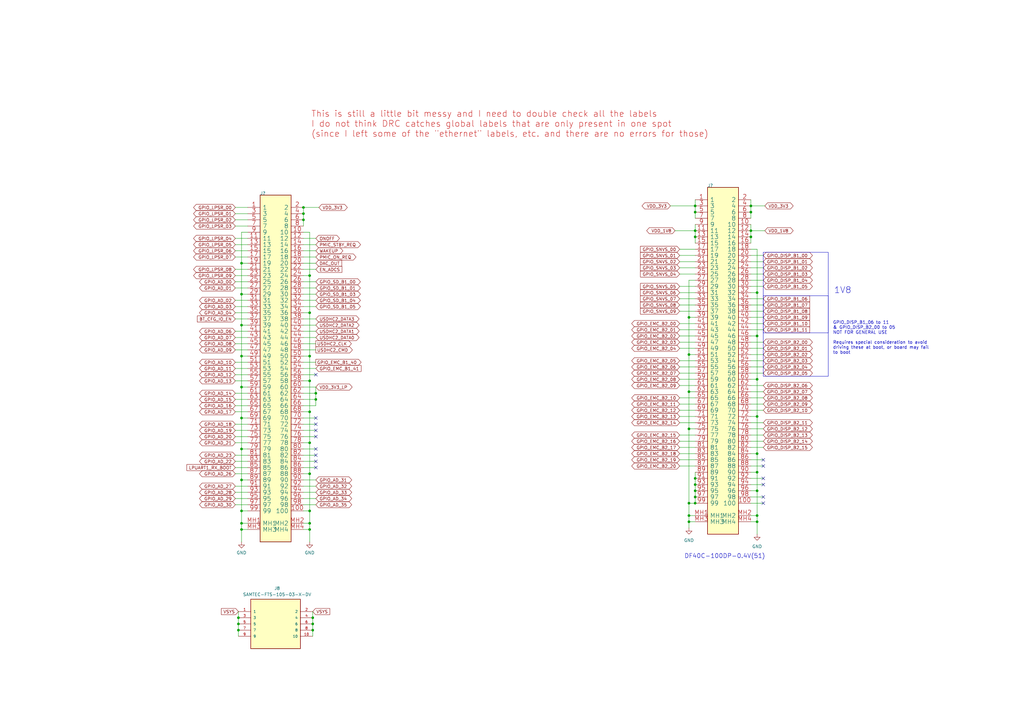
<source format=kicad_sch>
(kicad_sch (version 20230121) (generator eeschema)
  (paper "A3")
  (title_block (title "Soldermander") (date "2024-02-27") (rev "1.0") (company "Stanford Student Space Initiative") (comment 1 "RE: Flynn Dreilinger"))
  (lib_symbols
    (symbol "adcs:DF40C-100DP-0.4V(51)" (pin_names (offset 1.016))
      (property "Reference" "J8" (at 0 0 0))
      (symbol "DF40C-100DP-0.4V(51)_0_1"
        (rectangle (start 0 0) (end 12.7 -142.24) (stroke (width 0.254)) (fill (type background)))
        (pin passive line (at -5.08 -5.08 0) (length 5.08) (name "1") (number "1"))
        (pin passive line (at 17.78 -15.24 180) (length 5.08) (name "10") (number "10"))
        (pin passive line (at 17.78 -129.54 180) (length 5.08) (name "100") (number "100"))
        (pin passive line (at -5.08 -17.78 0) (length 5.08) (name "11") (number "11"))
        (pin passive line (at 17.78 -17.78 180) (length 5.08) (name "12") (number "12"))
        (pin passive line (at -5.08 -20.32 0) (length 5.08) (name "13") (number "13"))
        (pin passive line (at 17.78 -20.32 180) (length 5.08) (name "14") (number "14"))
        (pin passive line (at -5.08 -22.86 0) (length 5.08) (name "15") (number "15"))
        (pin passive line (at 17.78 -22.86 180) (length 5.08) (name "16") (number "16"))
        (pin passive line (at -5.08 -25.4 0) (length 5.08) (name "17") (number "17"))
        (pin passive line (at 17.78 -25.4 180) (length 5.08) (name "18") (number "18"))
        (pin passive line (at -5.08 -27.94 0) (length 5.08) (name "19") (number "19"))
        (pin passive line (at 17.78 -5.08 180) (length 5.08) (name "2") (number "2"))
        (pin passive line (at 17.78 -27.94 180) (length 5.08) (name "20") (number "20"))
        (pin passive line (at -5.08 -30.48 0) (length 5.08) (name "21") (number "21"))
        (pin passive line (at 17.78 -30.48 180) (length 5.08) (name "22") (number "22"))
        (pin passive line (at -5.08 -33.02 0) (length 5.08) (name "23") (number "23"))
        (pin passive line (at 17.78 -33.02 180) (length 5.08) (name "24") (number "24"))
        (pin passive line (at -5.08 -35.56 0) (length 5.08) (name "25") (number "25"))
        (pin passive line (at 17.78 -35.56 180) (length 5.08) (name "26") (number "26"))
        (pin passive line (at -5.08 -38.1 0) (length 5.08) (name "27") (number "27"))
        (pin passive line (at 17.78 -38.1 180) (length 5.08) (name "28") (number "28"))
        (pin passive line (at -5.08 -40.64 0) (length 5.08) (name "29") (number "29"))
        (pin passive line (at -5.08 -7.62 0) (length 5.08) (name "3") (number "3"))
        (pin passive line (at 17.78 -40.64 180) (length 5.08) (name "30") (number "30"))
        (pin passive line (at -5.08 -43.18 0) (length 5.08) (name "31") (number "31"))
        (pin passive line (at 17.78 -43.18 180) (length 5.08) (name "32") (number "32"))
        (pin passive line (at -5.08 -45.72 0) (length 5.08) (name "33") (number "33"))
        (pin passive line (at 17.78 -45.72 180) (length 5.08) (name "34") (number "34"))
        (pin passive line (at -5.08 -48.26 0) (length 5.08) (name "35") (number "35"))
        (pin passive line (at 17.78 -48.26 180) (length 5.08) (name "36") (number "36"))
        (pin passive line (at -5.08 -50.8 0) (length 5.08) (name "37") (number "37"))
        (pin passive line (at 17.78 -50.8 180) (length 5.08) (name "38") (number "38"))
        (pin passive line (at -5.08 -53.34 0) (length 5.08) (name "39") (number "39"))
        (pin passive line (at 17.78 -7.62 180) (length 5.08) (name "4") (number "4"))
        (pin passive line (at 17.78 -53.34 180) (length 5.08) (name "40") (number "40"))
        (pin passive line (at -5.08 -55.88 0) (length 5.08) (name "41") (number "41"))
        (pin passive line (at 17.78 -55.88 180) (length 5.08) (name "42") (number "42"))
        (pin passive line (at -5.08 -58.42 0) (length 5.08) (name "43") (number "43"))
        (pin passive line (at 17.78 -58.42 180) (length 5.08) (name "44") (number "44"))
        (pin passive line (at -5.08 -60.96 0) (length 5.08) (name "45") (number "45"))
        (pin passive line (at 17.78 -60.96 180) (length 5.08) (name "46") (number "46"))
        (pin passive line (at -5.08 -63.5 0) (length 5.08) (name "47") (number "47"))
        (pin passive line (at 17.78 -63.5 180) (length 5.08) (name "48") (number "48"))
        (pin passive line (at -5.08 -66.04 0) (length 5.08) (name "49") (number "49"))
        (pin passive line (at -5.08 -10.16 0) (length 5.08) (name "5") (number "5"))
        (pin passive line (at 17.78 -66.04 180) (length 5.08) (name "50") (number "50"))
        (pin passive line (at -5.08 -68.58 0) (length 5.08) (name "51") (number "51"))
        (pin passive line (at 17.78 -68.58 180) (length 5.08) (name "52") (number "52"))
        (pin passive line (at -5.08 -71.12 0) (length 5.08) (name "53") (number "53"))
        (pin passive line (at 17.78 -71.12 180) (length 5.08) (name "54") (number "54"))
        (pin passive line (at -5.08 -73.66 0) (length 5.08) (name "55") (number "55"))
        (pin passive line (at 17.78 -73.66 180) (length 5.08) (name "56") (number "56"))
        (pin passive line (at -5.08 -76.2 0) (length 5.08) (name "57") (number "57"))
        (pin passive line (at 17.78 -76.2 180) (length 5.08) (name "58") (number "58"))
        (pin passive line (at -5.08 -78.74 0) (length 5.08) (name "59") (number "59"))
        (pin passive line (at 17.78 -10.16 180) (length 5.08) (name "6") (number "6"))
        (pin passive line (at 17.78 -78.74 180) (length 5.08) (name "60") (number "60"))
        (pin passive line (at -5.08 -81.28 0) (length 5.08) (name "61") (number "61"))
        (pin passive line (at 17.78 -81.28 180) (length 5.08) (name "62") (number "62"))
        (pin passive line (at -5.08 -83.82 0) (length 5.08) (name "63") (number "63"))
        (pin passive line (at 17.78 -83.82 180) (length 5.08) (name "64") (number "64"))
        (pin passive line (at -5.08 -86.36 0) (length 5.08) (name "65") (number "65"))
        (pin passive line (at 17.78 -86.36 180) (length 5.08) (name "66") (number "66"))
        (pin passive line (at -5.08 -88.9 0) (length 5.08) (name "67") (number "67"))
        (pin passive line (at 17.78 -88.9 180) (length 5.08) (name "68") (number "68"))
        (pin passive line (at -5.08 -91.44 0) (length 5.08) (name "69") (number "69"))
        (pin passive line (at -5.08 -12.7 0) (length 5.08) (name "7") (number "7"))
        (pin passive line (at 17.78 -91.44 180) (length 5.08) (name "70") (number "70"))
        (pin passive line (at -5.08 -93.98 0) (length 5.08) (name "71") (number "71"))
        (pin passive line (at 17.78 -93.98 180) (length 5.08) (name "72") (number "72"))
        (pin passive line (at -5.08 -96.52 0) (length 5.08) (name "73") (number "73"))
        (pin passive line (at 17.78 -96.52 180) (length 5.08) (name "74") (number "74"))
        (pin passive line (at -5.08 -99.06 0) (length 5.08) (name "75") (number "75"))
        (pin passive line (at 17.78 -99.06 180) (length 5.08) (name "76") (number "76"))
        (pin passive line (at -5.08 -101.6 0) (length 5.08) (name "77") (number "77"))
        (pin passive line (at 17.78 -101.6 180) (length 5.08) (name "78") (number "78"))
        (pin passive line (at -5.08 -104.14 0) (length 5.08) (name "79") (number "79"))
        (pin passive line (at 17.78 -12.7 180) (length 5.08) (name "8") (number "8"))
        (pin passive line (at 17.78 -104.14 180) (length 5.08) (name "80") (number "80"))
        (pin passive line (at -5.08 -106.68 0) (length 5.08) (name "81") (number "81"))
        (pin passive line (at 17.78 -106.68 180) (length 5.08) (name "82") (number "82"))
        (pin passive line (at -5.08 -109.22 0) (length 5.08) (name "83") (number "83"))
        (pin passive line (at 17.78 -109.22 180) (length 5.08) (name "84") (number "84"))
        (pin passive line (at -5.08 -111.76 0) (length 5.08) (name "85") (number "85"))
        (pin passive line (at 17.78 -111.76 180) (length 5.08) (name "86") (number "86"))
        (pin passive line (at -5.08 -114.3 0) (length 5.08) (name "87") (number "87"))
        (pin passive line (at 17.78 -114.3 180) (length 5.08) (name "88") (number "88"))
        (pin passive line (at -5.08 -116.84 0) (length 5.08) (name "89") (number "89"))
        (pin passive line (at -5.08 -15.24 0) (length 5.08) (name "9") (number "9"))
        (pin passive line (at 17.78 -116.84 180) (length 5.08) (name "90") (number "90"))
        (pin passive line (at -5.08 -119.38 0) (length 5.08) (name "91") (number "91"))
        (pin passive line (at 17.78 -119.38 180) (length 5.08) (name "92") (number "92"))
        (pin passive line (at -5.08 -121.92 0) (length 5.08) (name "93") (number "93"))
        (pin passive line (at 17.78 -121.92 180) (length 5.08) (name "94") (number "94"))
        (pin passive line (at -5.08 -124.46 0) (length 5.08) (name "95") (number "95"))
        (pin passive line (at 17.78 -124.46 180) (length 5.08) (name "96") (number "96"))
        (pin passive line (at -5.08 -127 0) (length 5.08) (name "97") (number "97"))
        (pin passive line (at 17.78 -127 180) (length 5.08) (name "98") (number "98"))
        (pin passive line (at -5.08 -129.54 0) (length 5.08) (name "99") (number "99"))
        (pin passive line (at -5.08 -134.62 0) (length 5.08) (name "MH1") (number "MH1"))
        (pin passive line (at 17.78 -134.62 180) (length 5.08) (name "MH2") (number "MH2"))
        (pin passive line (at -5.08 -137.16 0) (length 5.08) (name "MH3") (number "MH3"))
        (pin passive line (at 17.78 -137.16 180) (length 5.08) (name "MH4") (number "MH4"))
      )
    )
    (symbol "adcs:SAMTEC-FTS-105-03-X-DV" (pin_names (offset 1.016))
      (property "Reference" "J" (at 0 5.08 0))
      (property "Value" "SAMTEC-FTS-105-03-X-DV" (at 0 -20.32 0))
      (symbol "SAMTEC-FTS-105-03-X-DV_0_0"
        (rectangle (start 0 5.08) (end 20.3 -15.24) (stroke (width 0.254)) (fill (type background)))
        (pin passive line (at -5.08 0 0) (length 5.08) (name "1") (number "1"))
        (pin passive line (at 25.4 -10.16 180) (length 5.08) (name "10") (number "10"))
        (pin passive line (at 25.4 0 180) (length 5.08) (name "2") (number "2"))
        (pin passive line (at -5.08 -2.54 0) (length 5.08) (name "3") (number "3"))
        (pin passive line (at 25.4 -2.54 180) (length 5.08) (name "4") (number "4"))
        (pin passive line (at -5.08 -5.08 0) (length 5.08) (name "5") (number "5"))
        (pin passive line (at 25.4 -5.08 180) (length 5.08) (name "6") (number "6"))
        (pin passive line (at -5.08 -7.62 0) (length 5.08) (name "7") (number "7"))
        (pin passive line (at 25.4 -7.62 180) (length 5.08) (name "8") (number "8"))
        (pin passive line (at -5.08 -10.16 0) (length 5.08) (name "9") (number "9"))
      )
      (symbol "SAMTEC-FTS-105-03-X-DV_1_0"
        (text private ">PARTNO" (at 0 -17.78 0) (effects (font (size 2.286 2.286)) (justify left bottom)))
        (text private "SAMTEC-FTS-105-03-X-DV" (at 0 -22.86 0) (effects (font (size 2.286 2.286)) (justify left bottom)))
      )
    )
    (symbol "power:GND" (power) (pin_names (offset 0))
      (property "Value" "GND" (at 0 -3.81 0))
      (symbol "GND_0_1"
        (polyline (pts (xy 0 0) (xy 0 -1.27) (xy 1.27 -1.27) (xy 0 -2.54) (xy -1.27 -1.27) (xy 0 -1.27)))
      )
      (symbol "GND_1_1"
        (pin power_in line (at 0 0 270) (length 0) hide (name "GND") (number "1"))
      )
    )
  )
  (junction (at 127 214.63))
  (junction (at 129.54 161.29))
  (junction (at 282.575 130.175))
  (junction (at 124.46 90.17))
  (junction (at 285.115 201.295))
  (junction (at 310.515 186.055))
  (junction (at 285.115 198.755))
  (junction (at 307.975 94.615))
  (junction (at 285.115 97.155))
  (junction (at 307.975 86.995))
  (junction (at 310.515 137.795))
  (junction (at 285.115 94.615))
  (junction (at 127 209.55))
  (junction (at 282.575 213.995))
  (junction (at 128.27 258.445))
  (junction (at 127 181.61))
  (junction (at 99.06 158.75))
  (junction (at 285.115 206.375))
  (junction (at 282.575 175.895))
  (junction (at 124.46 87.63))
  (junction (at 285.115 86.995))
  (junction (at 310.515 213.995))
  (junction (at 310.515 193.675))
  (junction (at 99.06 209.55))
  (junction (at 99.06 214.63))
  (junction (at 127 113.03))
  (junction (at 99.06 146.05))
  (junction (at 127 146.05))
  (junction (at 127 128.27))
  (junction (at 285.115 203.835))
  (junction (at 282.575 206.375))
  (junction (at 99.06 120.65))
  (junction (at 282.575 145.415))
  (junction (at 128.27 255.905))
  (junction (at 99.06 217.17))
  (junction (at 285.115 196.215))
  (junction (at 127 217.17))
  (junction (at 285.115 84.455))
  (junction (at 127 194.31))
  (junction (at 124.46 85.09))
  (junction (at 97.79 253.365))
  (junction (at 99.06 133.35))
  (junction (at 282.575 211.455))
  (junction (at 129.54 163.83))
  (junction (at 282.575 160.655))
  (junction (at 127 168.91))
  (junction (at 128.27 253.365))
  (junction (at 99.06 184.15))
  (junction (at 307.975 97.155))
  (junction (at 99.06 196.85))
  (junction (at 310.515 155.575))
  (junction (at 310.515 211.455))
  (junction (at 310.515 170.815))
  (junction (at 310.515 201.295))
  (junction (at 307.975 84.455))
  (junction (at 97.79 258.445))
  (junction (at 97.79 255.905))
  (junction (at 127 156.21))
  (junction (at 99.06 171.45))
  (junction (at 310.515 120.015))
  (junction (at 99.06 107.95))
  (no_connect (at 129.54 171.45))
  (no_connect (at 313.055 206.375))
  (no_connect (at 129.54 184.15))
  (no_connect (at 129.54 186.69))
  (no_connect (at 313.055 196.215))
  (no_connect (at 129.54 176.53))
  (no_connect (at 129.54 153.67))
  (no_connect (at 129.54 173.99))
  (no_connect (at 313.055 198.755))
  (no_connect (at 313.055 203.835))
  (no_connect (at 129.54 191.77))
  (no_connect (at 313.055 188.595))
  (no_connect (at 129.54 189.23))
  (no_connect (at 313.055 191.135))
  (no_connect (at 129.54 179.07))
  (wire (pts (xy 307.975 186.055) (xy 310.515 186.055)))
  (wire (pts (xy 99.06 158.75) (xy 101.6 158.75)))
  (wire (pts (xy 282.575 145.415) (xy 282.575 160.655)))
  (wire (pts (xy 99.06 107.95) (xy 99.06 120.65)))
  (wire (pts (xy 278.765 137.795) (xy 285.115 137.795)))
  (wire (pts (xy 96.52 207.01) (xy 101.6 207.01)))
  (wire (pts (xy 310.515 186.055) (xy 310.515 193.675)))
  (wire (pts (xy 129.54 105.41) (xy 124.46 105.41)))
  (wire (pts (xy 307.975 94.615) (xy 307.975 97.155)))
  (wire (pts (xy 307.975 137.795) (xy 310.515 137.795)))
  (wire (pts (xy 127 146.05) (xy 127 156.21)))
  (wire (pts (xy 127 217.17) (xy 124.46 217.17)))
  (wire (pts (xy 278.765 168.275) (xy 285.115 168.275)))
  (wire (pts (xy 129.54 133.35) (xy 124.46 133.35)))
  (wire (pts (xy 313.055 117.475) (xy 307.975 117.475)))
  (wire (pts (xy 99.06 95.25) (xy 99.06 107.95)))
  (wire (pts (xy 307.975 198.755) (xy 313.055 198.755)))
  (wire (pts (xy 129.54 186.69) (xy 124.46 186.69)))
  (wire (pts (xy 97.79 255.905) (xy 97.79 258.445)))
  (wire (pts (xy 99.06 171.45) (xy 101.6 171.45)))
  (wire (pts (xy 282.575 175.895) (xy 282.575 206.375)))
  (wire (pts (xy 124.46 87.63) (xy 124.46 90.17)))
  (wire (pts (xy 124.46 156.21) (xy 127 156.21)))
  (wire (pts (xy 99.06 133.35) (xy 101.6 133.35)))
  (wire (pts (xy 96.52 105.41) (xy 101.6 105.41)))
  (wire (pts (xy 96.52 191.77) (xy 101.6 191.77)))
  (wire (pts (xy 96.52 151.13) (xy 101.6 151.13)))
  (wire (pts (xy 129.54 173.99) (xy 124.46 173.99)))
  (wire (pts (xy 129.54 107.95) (xy 124.46 107.95)))
  (wire (pts (xy 313.055 163.195) (xy 307.975 163.195)))
  (wire (pts (xy 278.765 120.015) (xy 285.115 120.015)))
  (wire (pts (xy 313.055 142.875) (xy 307.975 142.875)))
  (wire (pts (xy 313.055 165.735) (xy 307.975 165.735)))
  (wire (pts (xy 285.115 97.155) (xy 285.115 99.695)))
  (wire (pts (xy 282.575 211.455) (xy 282.575 213.995)))
  (wire (pts (xy 313.055 160.655) (xy 307.975 160.655)))
  (wire (pts (xy 307.975 206.375) (xy 313.055 206.375)))
  (wire (pts (xy 129.54 123.19) (xy 124.46 123.19)))
  (wire (pts (xy 313.055 114.935) (xy 307.975 114.935)))
  (wire (pts (xy 96.52 123.19) (xy 101.6 123.19)))
  (wire (pts (xy 313.055 145.415) (xy 307.975 145.415)))
  (wire (pts (xy 99.06 158.75) (xy 99.06 171.45)))
  (wire (pts (xy 278.765 132.715) (xy 285.115 132.715)))
  (wire (pts (xy 127 214.63) (xy 127 217.17)))
  (wire (pts (xy 127 222.25) (xy 127 217.17)))
  (wire (pts (xy 96.52 201.93) (xy 101.6 201.93)))
  (wire (pts (xy 278.765 107.315) (xy 285.115 107.315)))
  (wire (pts (xy 101.6 107.95) (xy 99.06 107.95)))
  (wire (pts (xy 285.115 84.455) (xy 285.115 86.995)))
  (wire (pts (xy 307.975 170.815) (xy 310.515 170.815)))
  (wire (pts (xy 278.765 188.595) (xy 285.115 188.595)))
  (wire (pts (xy 129.54 102.87) (xy 124.46 102.87)))
  (wire (pts (xy 99.06 120.65) (xy 99.06 133.35)))
  (wire (pts (xy 307.975 120.015) (xy 310.515 120.015)))
  (wire (pts (xy 313.055 168.275) (xy 307.975 168.275)))
  (wire (pts (xy 129.54 166.37) (xy 124.46 166.37)))
  (wire (pts (xy 124.46 146.05) (xy 127 146.05)))
  (wire (pts (xy 285.115 203.835) (xy 285.115 206.375)))
  (wire (pts (xy 96.52 100.33) (xy 101.6 100.33)))
  (wire (pts (xy 96.52 128.27) (xy 101.6 128.27)))
  (wire (pts (xy 124.46 209.55) (xy 127 209.55)))
  (wire (pts (xy 96.52 204.47) (xy 101.6 204.47)))
  (wire (pts (xy 313.055 153.035) (xy 307.975 153.035)))
  (wire (pts (xy 313.055 132.715) (xy 307.975 132.715)))
  (wire (pts (xy 96.52 163.83) (xy 101.6 163.83)))
  (wire (pts (xy 96.52 194.31) (xy 101.6 194.31)))
  (wire (pts (xy 282.575 206.375) (xy 285.115 206.375)))
  (wire (pts (xy 129.54 115.57) (xy 124.46 115.57)))
  (wire (pts (xy 278.765 127.635) (xy 285.115 127.635)))
  (wire (pts (xy 307.975 188.595) (xy 313.055 188.595)))
  (wire (pts (xy 129.54 153.67) (xy 124.46 153.67)))
  (wire (pts (xy 285.115 160.655) (xy 282.575 160.655)))
  (wire (pts (xy 278.765 158.115) (xy 285.115 158.115)))
  (wire (pts (xy 96.52 87.63) (xy 101.6 87.63)))
  (wire (pts (xy 96.52 148.59) (xy 101.6 148.59)))
  (wire (pts (xy 278.765 117.475) (xy 285.115 117.475)))
  (wire (pts (xy 129.54 176.53) (xy 124.46 176.53)))
  (wire (pts (xy 282.575 114.935) (xy 282.575 130.175)))
  (wire (pts (xy 310.515 193.675) (xy 310.515 201.295)))
  (wire (pts (xy 129.54 158.75) (xy 129.54 161.29)))
  (wire (pts (xy 129.54 120.65) (xy 124.46 120.65)))
  (wire (pts (xy 278.765 150.495) (xy 285.115 150.495)))
  (wire (pts (xy 310.515 211.455) (xy 310.515 213.995)))
  (wire (pts (xy 124.46 128.27) (xy 127 128.27)))
  (wire (pts (xy 313.055 140.335) (xy 307.975 140.335)))
  (wire (pts (xy 96.52 102.87) (xy 101.6 102.87)))
  (wire (pts (xy 310.515 102.235) (xy 310.515 120.015)))
  (wire (pts (xy 127 128.27) (xy 127 146.05)))
  (wire (pts (xy 307.975 86.995) (xy 307.975 89.535)))
  (wire (pts (xy 127 95.25) (xy 127 113.03)))
  (wire (pts (xy 278.765 147.955) (xy 285.115 147.955)))
  (wire (pts (xy 129.54 158.75) (xy 124.46 158.75)))
  (wire (pts (xy 278.765 125.095) (xy 285.115 125.095)))
  (wire (pts (xy 285.115 86.995) (xy 285.115 89.535)))
  (wire (pts (xy 99.06 146.05) (xy 101.6 146.05)))
  (wire (pts (xy 307.975 97.155) (xy 307.975 99.695)))
  (wire (pts (xy 128.27 255.905) (xy 128.27 258.445)))
  (wire (pts (xy 129.54 148.59) (xy 124.46 148.59)))
  (wire (pts (xy 96.52 125.73) (xy 101.6 125.73)))
  (wire (pts (xy 310.515 211.455) (xy 307.975 211.455)))
  (wire (pts (xy 129.54 100.33) (xy 124.46 100.33)))
  (wire (pts (xy 96.52 179.07) (xy 101.6 179.07)))
  (wire (pts (xy 278.765 163.195) (xy 285.115 163.195)))
  (wire (pts (xy 129.54 201.93) (xy 124.46 201.93)))
  (wire (pts (xy 97.79 258.445) (xy 97.79 260.985)))
  (wire (pts (xy 307.975 201.295) (xy 310.515 201.295)))
  (wire (pts (xy 278.765 135.255) (xy 285.115 135.255)))
  (wire (pts (xy 278.765 191.135) (xy 285.115 191.135)))
  (wire (pts (xy 128.27 258.445) (xy 128.27 260.985)))
  (wire (pts (xy 313.055 127.635) (xy 307.975 127.635)))
  (wire (pts (xy 129.54 97.79) (xy 124.46 97.79)))
  (wire (pts (xy 313.055 135.255) (xy 307.975 135.255)))
  (wire (pts (xy 313.055 175.895) (xy 307.975 175.895)))
  (wire (pts (xy 310.515 213.995) (xy 307.975 213.995)))
  (wire (pts (xy 96.52 143.51) (xy 101.6 143.51)))
  (wire (pts (xy 124.46 85.09) (xy 124.46 87.63)))
  (wire (pts (xy 313.055 112.395) (xy 307.975 112.395)))
  (wire (pts (xy 99.06 196.85) (xy 101.6 196.85)))
  (wire (pts (xy 313.055 125.095) (xy 307.975 125.095)))
  (wire (pts (xy 310.515 201.295) (xy 310.515 211.455)))
  (wire (pts (xy 99.06 222.25) (xy 99.06 217.17)))
  (wire (pts (xy 310.515 170.815) (xy 310.515 186.055)))
  (wire (pts (xy 282.575 130.175) (xy 282.575 145.415)))
  (wire (pts (xy 307.975 102.235) (xy 310.515 102.235)))
  (wire (pts (xy 276.86 94.615) (xy 285.115 94.615)))
  (wire (pts (xy 129.54 138.43) (xy 124.46 138.43)))
  (wire (pts (xy 96.52 168.91) (xy 101.6 168.91)))
  (wire (pts (xy 307.975 203.835) (xy 313.055 203.835)))
  (wire (pts (xy 278.765 104.775) (xy 285.115 104.775)))
  (wire (pts (xy 278.765 173.355) (xy 285.115 173.355)))
  (wire (pts (xy 313.055 122.555) (xy 307.975 122.555)))
  (wire (pts (xy 96.52 199.39) (xy 101.6 199.39)))
  (wire (pts (xy 313.055 104.775) (xy 307.975 104.775)))
  (wire (pts (xy 278.765 186.055) (xy 285.115 186.055)))
  (wire (pts (xy 307.975 193.675) (xy 310.515 193.675)))
  (wire (pts (xy 313.055 130.175) (xy 307.975 130.175)))
  (wire (pts (xy 99.06 184.15) (xy 101.6 184.15)))
  (wire (pts (xy 278.765 109.855) (xy 285.115 109.855)))
  (wire (pts (xy 313.055 178.435) (xy 307.975 178.435)))
  (wire (pts (xy 313.055 173.355) (xy 307.975 173.355)))
  (wire (pts (xy 313.055 147.955) (xy 307.975 147.955)))
  (wire (pts (xy 129.54 163.83) (xy 124.46 163.83)))
  (wire (pts (xy 97.79 253.365) (xy 97.79 255.905)))
  (wire (pts (xy 313.055 107.315) (xy 307.975 107.315)))
  (wire (pts (xy 285.115 114.935) (xy 282.575 114.935)))
  (wire (pts (xy 99.06 209.55) (xy 99.06 214.63)))
  (wire (pts (xy 127 156.21) (xy 127 168.91)))
  (wire (pts (xy 96.52 135.89) (xy 101.6 135.89)))
  (wire (pts (xy 96.52 113.03) (xy 101.6 113.03)))
  (wire (pts (xy 285.115 92.075) (xy 285.115 94.615)))
  (wire (pts (xy 285.115 193.675) (xy 285.115 196.215)))
  (wire (pts (xy 129.54 196.85) (xy 124.46 196.85)))
  (wire (pts (xy 127 214.63) (xy 124.46 214.63)))
  (wire (pts (xy 313.055 158.115) (xy 307.975 158.115)))
  (wire (pts (xy 124.46 143.51) (xy 129.54 143.51)))
  (wire (pts (xy 282.575 175.895) (xy 285.115 175.895)))
  (wire (pts (xy 282.575 213.995) (xy 282.575 216.535)))
  (wire (pts (xy 96.52 181.61) (xy 101.6 181.61)))
  (wire (pts (xy 96.52 156.21) (xy 101.6 156.21)))
  (wire (pts (xy 124.46 194.31) (xy 127 194.31)))
  (wire (pts (xy 310.515 213.995) (xy 310.515 219.075)))
  (wire (pts (xy 127 209.55) (xy 127 214.63)))
  (wire (pts (xy 129.54 199.39) (xy 124.46 199.39)))
  (wire (pts (xy 96.52 90.17) (xy 101.6 90.17)))
  (wire (pts (xy 129.54 207.01) (xy 124.46 207.01)))
  (wire (pts (xy 96.52 153.67) (xy 101.6 153.67)))
  (wire (pts (xy 278.765 153.035) (xy 285.115 153.035)))
  (wire (pts (xy 96.52 130.81) (xy 101.6 130.81)))
  (wire (pts (xy 285.115 201.295) (xy 285.115 203.835)))
  (wire (pts (xy 96.52 118.11) (xy 101.6 118.11)))
  (wire (pts (xy 282.575 130.175) (xy 285.115 130.175)))
  (wire (pts (xy 129.54 189.23) (xy 124.46 189.23)))
  (wire (pts (xy 99.06 217.17) (xy 101.6 217.17)))
  (wire (pts (xy 307.975 155.575) (xy 310.515 155.575)))
  (wire (pts (xy 99.06 171.45) (xy 99.06 184.15)))
  (wire (pts (xy 285.115 213.995) (xy 282.575 213.995)))
  (wire (pts (xy 99.06 184.15) (xy 99.06 196.85)))
  (wire (pts (xy 99.06 209.55) (xy 101.6 209.55)))
  (wire (pts (xy 96.52 138.43) (xy 101.6 138.43)))
  (wire (pts (xy 101.6 95.25) (xy 99.06 95.25)))
  (wire (pts (xy 96.52 97.79) (xy 101.6 97.79)))
  (wire (pts (xy 285.115 94.615) (xy 285.115 97.155)))
  (wire (pts (xy 307.975 92.075) (xy 307.975 94.615)))
  (wire (pts (xy 124.46 90.17) (xy 124.46 92.71)))
  (wire (pts (xy 128.27 253.365) (xy 128.27 255.905)))
  (wire (pts (xy 96.52 110.49) (xy 101.6 110.49)))
  (wire (pts (xy 129.54 151.13) (xy 124.46 151.13)))
  (wire (pts (xy 129.54 135.89) (xy 124.46 135.89)))
  (wire (pts (xy 128.27 250.825) (xy 128.27 253.365)))
  (wire (pts (xy 96.52 176.53) (xy 101.6 176.53)))
  (wire (pts (xy 127 181.61) (xy 127 194.31)))
  (wire (pts (xy 124.46 181.61) (xy 127 181.61)))
  (wire (pts (xy 124.46 168.91) (xy 127 168.91)))
  (wire (pts (xy 278.765 112.395) (xy 285.115 112.395)))
  (wire (pts (xy 278.765 180.975) (xy 285.115 180.975)))
  (wire (pts (xy 99.06 214.63) (xy 101.6 214.63)))
  (wire (pts (xy 278.765 183.515) (xy 285.115 183.515)))
  (wire (pts (xy 129.54 130.81) (xy 124.46 130.81)))
  (wire (pts (xy 307.975 191.135) (xy 313.055 191.135)))
  (wire (pts (xy 124.46 110.49) (xy 129.54 110.49)))
  (wire (pts (xy 124.46 125.73) (xy 129.54 125.73)))
  (wire (pts (xy 96.52 189.23) (xy 101.6 189.23)))
  (wire (pts (xy 96.52 166.37) (xy 101.6 166.37)))
  (wire (pts (xy 307.975 84.455) (xy 307.975 86.995)))
  (wire (pts (xy 124.46 113.03) (xy 127 113.03)))
  (wire (pts (xy 129.54 118.11) (xy 124.46 118.11)))
  (wire (pts (xy 274.955 84.455) (xy 285.115 84.455)))
  (wire (pts (xy 129.54 161.29) (xy 124.46 161.29)))
  (wire (pts (xy 127 113.03) (xy 127 128.27)))
  (wire (pts (xy 129.54 171.45) (xy 124.46 171.45)))
  (wire (pts (xy 282.575 145.415) (xy 285.115 145.415)))
  (wire (pts (xy 96.52 115.57) (xy 101.6 115.57)))
  (wire (pts (xy 282.575 211.455) (xy 285.115 211.455)))
  (wire (pts (xy 278.765 142.875) (xy 285.115 142.875)))
  (wire (pts (xy 282.575 160.655) (xy 282.575 175.895)))
  (wire (pts (xy 278.765 170.815) (xy 285.115 170.815)))
  (wire (pts (xy 278.765 140.335) (xy 285.115 140.335)))
  (wire (pts (xy 285.115 196.215) (xy 285.115 198.755)))
  (wire (pts (xy 129.54 184.15) (xy 124.46 184.15)))
  (wire (pts (xy 127 168.91) (xy 127 181.61)))
  (wire (pts (xy 129.54 204.47) (xy 124.46 204.47)))
  (wire (pts (xy 127 194.31) (xy 127 209.55)))
  (wire (pts (xy 96.52 173.99) (xy 101.6 173.99)))
  (wire (pts (xy 124.46 95.25) (xy 127 95.25)))
  (wire (pts (xy 101.6 120.65) (xy 99.06 120.65)))
  (wire (pts (xy 282.575 206.375) (xy 282.575 211.455)))
  (wire (pts (xy 307.975 94.615) (xy 313.69 94.615)))
  (wire (pts (xy 313.055 180.975) (xy 307.975 180.975)))
  (wire (pts (xy 129.54 140.97) (xy 124.46 140.97)))
  (wire (pts (xy 97.79 250.825) (xy 97.79 253.365)))
  (wire (pts (xy 96.52 161.29) (xy 101.6 161.29)))
  (wire (pts (xy 285.115 198.755) (xy 285.115 201.295)))
  (wire (pts (xy 313.055 150.495) (xy 307.975 150.495)))
  (wire (pts (xy 313.055 183.515) (xy 307.975 183.515)))
  (wire (pts (xy 285.115 81.915) (xy 285.115 84.455)))
  (wire (pts (xy 99.06 217.17) (xy 99.06 214.63)))
  (wire (pts (xy 96.52 186.69) (xy 101.6 186.69)))
  (wire (pts (xy 278.765 178.435) (xy 285.115 178.435)))
  (wire (pts (xy 124.46 85.09) (xy 130.81 85.09)))
  (wire (pts (xy 129.54 163.83) (xy 129.54 166.37)))
  (wire (pts (xy 313.69 84.455) (xy 307.975 84.455)))
  (wire (pts (xy 307.975 81.915) (xy 307.975 84.455)))
  (wire (pts (xy 99.06 196.85) (xy 99.06 209.55)))
  (wire (pts (xy 278.765 102.235) (xy 285.115 102.235)))
  (wire (pts (xy 278.765 122.555) (xy 285.115 122.555)))
  (wire (pts (xy 310.515 137.795) (xy 310.515 155.575)))
  (wire (pts (xy 96.52 140.97) (xy 101.6 140.97)))
  (wire (pts (xy 310.515 120.015) (xy 310.515 137.795)))
  (wire (pts (xy 310.515 155.575) (xy 310.515 170.815)))
  (wire (pts (xy 96.52 85.09) (xy 101.6 85.09)))
  (wire (pts (xy 278.765 155.575) (xy 285.115 155.575)))
  (wire (pts (xy 313.055 109.855) (xy 307.975 109.855)))
  (wire (pts (xy 129.54 191.77) (xy 124.46 191.77)))
  (wire (pts (xy 307.975 196.215) (xy 313.055 196.215)))
  (wire (pts (xy 96.52 92.71) (xy 101.6 92.71)))
  (wire (pts (xy 129.54 179.07) (xy 124.46 179.07)))
  (wire (pts (xy 99.06 133.35) (xy 99.06 146.05)))
  (wire (pts (xy 99.06 146.05) (xy 99.06 158.75)))
  (wire (pts (xy 278.765 165.735) (xy 285.115 165.735)))
  (wire (pts (xy 129.54 161.29) (xy 129.54 163.83)))
  (rectangle (start 313.055 121.285) (end 339.725 154.305))
  (rectangle (start 313.055 103.505) (end 339.725 136.525))
  (text "1V8" (at 349.25 120.65 0) (effects (font (size 2.54 2.54)) (justify right bottom)))
  (text "This is still a little bit messy and I need to double check all the labels\nI do not think DRC catches global labels that are only present in one spot \n(since I left some of the \"ethernet\" labels, etc. and there are no errors for those)" (at 127.635 56.515 0) (effects (font (size 2.54 2.54)) (justify left bottom)))
  (text "GPIO_DISP_B1_06 to 11 \n& GPIO_DISP_B2_00 to 05\nNOT FOR GENERAL USE\n\nRequires special consideration to avoid \ndriving these at boot, or board may fail \nto boot" (at 341.63 145.415 0) (effects (font (size 1.27 1.27)) (justify left bottom)))
  (text "DF40C-100DP-0.4V(51)" (at 280.67 229.235 0) (effects (font (size 1.778 1.778)) (justify left bottom)))
  (global_label "GPIO_AD_29" (shape bidirectional) (at 96.52 204.47 180) (property "Intersheetrefs" "${INTERSHEET_REFS}" (effects hide)))
  (global_label "GPIO_LPSR_06" (shape bidirectional) (at 96.52 102.87 180) (property "Intersheetrefs" "${INTERSHEET_REFS}" (effects hide)))
  (global_label "GPIO_EMC_B2_15" (shape bidirectional) (at 278.765 178.435 180) (property "Intersheetrefs" "${INTERSHEET_REFS}" (effects hide)))
  (global_label "GPIO_DISP_B1_00" (shape bidirectional) (at 313.055 104.775 0) (property "Intersheetrefs" "${INTERSHEET_REFS}" (effects hide)))
  (global_label "GPIO_AD_13" (shape bidirectional) (at 96.52 156.21 180) (property "Intersheetrefs" "${INTERSHEET_REFS}" (effects hide)))
  (global_label "GPIO_SNVS_07" (shape input) (at 278.765 122.555 180) (property "Intersheetrefs" "${INTERSHEET_REFS}" (effects hide)))
  (global_label "GPIO_SD_B1_00" (shape bidirectional) (at 129.54 115.57 0) (property "Intersheetrefs" "${INTERSHEET_REFS}" (effects hide)))
  (global_label "GPIO_AD_04" (shape bidirectional) (at 96.52 128.27 180) (property "Intersheetrefs" "${INTERSHEET_REFS}" (effects hide)))
  (global_label "GPIO_AD_12" (shape bidirectional) (at 96.52 153.67 180) (property "Intersheetrefs" "${INTERSHEET_REFS}" (effects hide)))
  (global_label "USDHC2_CLK" (shape output) (at 129.54 140.97 0) (property "Intersheetrefs" "${INTERSHEET_REFS}" (effects hide)))
  (global_label "GPIO_DISP_B2_03" (shape bidirectional) (at 313.055 147.955 0) (property "Intersheetrefs" "${INTERSHEET_REFS}" (effects hide)))
  (global_label "GPIO_AD_10" (shape bidirectional) (at 96.52 148.59 180) (property "Intersheetrefs" "${INTERSHEET_REFS}" (effects hide)))
  (global_label "WAKEUP" (shape bidirectional) (at 129.54 102.87 0) (property "Intersheetrefs" "${INTERSHEET_REFS}" (effects hide)))
  (global_label "GPIO_AD_27" (shape bidirectional) (at 96.52 199.39 180) (property "Intersheetrefs" "${INTERSHEET_REFS}" (effects hide)))
  (global_label "GPIO_SNVS_00" (shape input) (at 278.765 102.235 180) (property "Intersheetrefs" "${INTERSHEET_REFS}" (effects hide)))
  (global_label "EN_ADCS" (shape input) (at 129.54 110.49 0) (property "Intersheetrefs" "${INTERSHEET_REFS}" (effects hide)))
  (global_label "GPIO_DISP_B2_13" (shape bidirectional) (at 313.055 178.435 0) (property "Intersheetrefs" "${INTERSHEET_REFS}" (effects hide)))
  (global_label "GPIO_AD_26" (shape bidirectional) (at 96.52 194.31 180) (property "Intersheetrefs" "${INTERSHEET_REFS}" (effects hide)))
  (global_label "GPIO_DISP_B1_09" (shape input) (at 313.055 130.175 0) (property "Intersheetrefs" "${INTERSHEET_REFS}" (effects hide)))
  (global_label "GPIO_AD_22" (shape bidirectional) (at 96.52 189.23 180) (property "Intersheetrefs" "${INTERSHEET_REFS}" (effects hide)))
  (global_label "GPIO_EMC_B2_18" (shape bidirectional) (at 278.765 186.055 180) (property "Intersheetrefs" "${INTERSHEET_REFS}" (effects hide)))
  (global_label "GPIO_SD_B1_04" (shape bidirectional) (at 129.54 123.19 0) (property "Intersheetrefs" "${INTERSHEET_REFS}" (effects hide)))
  (global_label "GPIO_LPSR_08" (shape bidirectional) (at 96.52 110.49 180) (property "Intersheetrefs" "${INTERSHEET_REFS}" (effects hide)))
  (global_label "GPIO_DISP_B2_07" (shape bidirectional) (at 313.055 160.655 0) (property "Intersheetrefs" "${INTERSHEET_REFS}" (effects hide)))
  (global_label "BT_CFG_IO_EN" (shape input) (at 96.52 130.81 180) (property "Intersheetrefs" "${INTERSHEET_REFS}" (effects hide)))
  (global_label "GPIO_SD_B1_01" (shape bidirectional) (at 129.54 118.11 0) (property "Intersheetrefs" "${INTERSHEET_REFS}" (effects hide)))
  (global_label "GPIO_AD_35" (shape bidirectional) (at 129.54 207.01 0) (property "Intersheetrefs" "${INTERSHEET_REFS}" (effects hide)))
  (global_label "GPIO_EMC_B2_06" (shape bidirectional) (at 278.765 150.495 180) (property "Intersheetrefs" "${INTERSHEET_REFS}" (effects hide)))
  (global_label "GPIO_DISP_B1_04" (shape bidirectional) (at 313.055 114.935 0) (property "Intersheetrefs" "${INTERSHEET_REFS}" (effects hide)))
  (global_label "GPIO_EMC_B2_08" (shape bidirectional) (at 278.765 155.575 180) (property "Intersheetrefs" "${INTERSHEET_REFS}" (effects hide)))
  (global_label "GPIO_LPSR_03" (shape bidirectional) (at 96.52 92.71 180) (property "Intersheetrefs" "${INTERSHEET_REFS}" (effects hide)))
  (global_label "GPIO_SNVS_02" (shape input) (at 278.765 107.315 180) (property "Intersheetrefs" "${INTERSHEET_REFS}" (effects hide)))
  (global_label "GPIO_AD_28" (shape bidirectional) (at 96.52 201.93 180) (property "Intersheetrefs" "${INTERSHEET_REFS}" (effects hide)))
  (global_label "USDHC2_DATA1" (shape bidirectional) (at 129.54 135.89 0) (property "Intersheetrefs" "${INTERSHEET_REFS}" (effects hide)))
  (global_label "GPIO_EMC_B1_41" (shape input) (at 129.54 151.13 0) (property "Intersheetrefs" "${INTERSHEET_REFS}" (effects hide)))
  (global_label "GPIO_AD_02" (shape bidirectional) (at 96.52 123.19 180) (property "Intersheetrefs" "${INTERSHEET_REFS}" (effects hide)))
  (global_label "GPIO_LPSR_00" (shape bidirectional) (at 96.52 85.09 180) (property "Intersheetrefs" "${INTERSHEET_REFS}" (effects hide)))
  (global_label "GPIO_DISP_B1_10" (shape input) (at 313.055 132.715 0) (property "Intersheetrefs" "${INTERSHEET_REFS}" (effects hide)))
  (global_label "GPIO_EMC_B2_19" (shape bidirectional) (at 278.765 188.595 180) (property "Intersheetrefs" "${INTERSHEET_REFS}" (effects hide)))
  (global_label "GPIO_AD_11" (shape bidirectional) (at 96.52 151.13 180) (property "Intersheetrefs" "${INTERSHEET_REFS}" (effects hide)))
  (global_label "GPIO_AD_03" (shape bidirectional) (at 96.52 125.73 180) (property "Intersheetrefs" "${INTERSHEET_REFS}" (effects hide)))
  (global_label "VDD_3V3" (shape bidirectional) (at 130.81 85.09 0) (property "Intersheetrefs" "${INTERSHEET_REFS}" (effects hide)))
  (global_label "VSYS" (shape input) (at 128.27 250.825 0) (property "Intersheetrefs" "${INTERSHEET_REFS}" (effects hide)))
  (global_label "GPIO_EMC_B2_11" (shape bidirectional) (at 278.765 165.735 180) (property "Intersheetrefs" "${INTERSHEET_REFS}" (effects hide)))
  (global_label "PMIC_STBY_REQ" (shape bidirectional) (at 129.54 100.33 0) (property "Intersheetrefs" "${INTERSHEET_REFS}" (effects hide)))
  (global_label "GPIO_AD_31" (shape bidirectional) (at 129.54 196.85 0) (property "Intersheetrefs" "${INTERSHEET_REFS}" (effects hide)))
  (global_label "GPIO_AD_15" (shape bidirectional) (at 96.52 163.83 180) (property "Intersheetrefs" "${INTERSHEET_REFS}" (effects hide)))
  (global_label "GPIO_DISP_B2_00" (shape bidirectional) (at 313.055 140.335 0) (property "Intersheetrefs" "${INTERSHEET_REFS}" (effects hide)))
  (global_label "GPIO_DISP_B2_10" (shape bidirectional) (at 313.055 168.275 0) (property "Intersheetrefs" "${INTERSHEET_REFS}" (effects hide)))
  (global_label "GPIO_AD_17" (shape bidirectional) (at 96.52 168.91 180) (property "Intersheetrefs" "${INTERSHEET_REFS}" (effects hide)))
  (global_label "GPIO_AD_07" (shape bidirectional) (at 96.52 138.43 180) (property "Intersheetrefs" "${INTERSHEET_REFS}" (effects hide)))
  (global_label "GPIO_EMC_B2_07" (shape bidirectional) (at 278.765 153.035 180) (property "Intersheetrefs" "${INTERSHEET_REFS}" (effects hide)))
  (global_label "GPIO_LPSR_09" (shape bidirectional) (at 96.52 113.03 180) (property "Intersheetrefs" "${INTERSHEET_REFS}" (effects hide)))
  (global_label "GPIO_LPSR_05" (shape bidirectional) (at 96.52 100.33 180) (property "Intersheetrefs" "${INTERSHEET_REFS}" (effects hide)))
  (global_label "GPIO_SD_B1_05" (shape bidirectional) (at 129.54 125.73 0) (property "Intersheetrefs" "${INTERSHEET_REFS}" (effects hide)))
  (global_label "GPIO_EMC_B2_14" (shape bidirectional) (at 278.765 173.355 180) (property "Intersheetrefs" "${INTERSHEET_REFS}" (effects hide)))
  (global_label "GPIO_EMC_B2_09" (shape bidirectional) (at 278.765 158.115 180) (property "Intersheetrefs" "${INTERSHEET_REFS}" (effects hide)))
  (global_label "GPIO_AD_19" (shape bidirectional) (at 96.52 176.53 180) (property "Intersheetrefs" "${INTERSHEET_REFS}" (effects hide)))
  (global_label "GPIO_EMC_B2_03" (shape bidirectional) (at 278.765 140.335 180) (property "Intersheetrefs" "${INTERSHEET_REFS}" (effects hide)))
  (global_label "GPIO_EMC_B2_12" (shape bidirectional) (at 278.765 168.275 180) (property "Intersheetrefs" "${INTERSHEET_REFS}" (effects hide)))
  (global_label "USDHC2_CMD" (shape output) (at 129.54 143.51 0) (property "Intersheetrefs" "${INTERSHEET_REFS}" (effects hide)))
  (global_label "GPIO_DISP_B2_12" (shape bidirectional) (at 313.055 175.895 0) (property "Intersheetrefs" "${INTERSHEET_REFS}" (effects hide)))
  (global_label "GPIO_AD_01" (shape bidirectional) (at 96.52 118.11 180) (property "Intersheetrefs" "${INTERSHEET_REFS}" (effects hide)))
  (global_label "GPIO_AD_00" (shape bidirectional) (at 96.52 115.57 180) (property "Intersheetrefs" "${INTERSHEET_REFS}" (effects hide)))
  (global_label "GPIO_DISP_B2_15" (shape bidirectional) (at 313.055 183.515 0) (property "Intersheetrefs" "${INTERSHEET_REFS}" (effects hide)))
  (global_label "GPIO_DISP_B2_09" (shape bidirectional) (at 313.055 165.735 0) (property "Intersheetrefs" "${INTERSHEET_REFS}" (effects hide)))
  (global_label "GPIO_AD_08" (shape bidirectional) (at 96.52 140.97 180) (property "Intersheetrefs" "${INTERSHEET_REFS}" (effects hide)))
  (global_label "GPIO_DISP_B1_01" (shape bidirectional) (at 313.055 107.315 0) (property "Intersheetrefs" "${INTERSHEET_REFS}" (effects hide)))
  (global_label "GPIO_DISP_B1_11" (shape input) (at 313.055 135.255 0) (property "Intersheetrefs" "${INTERSHEET_REFS}" (effects hide)))
  (global_label "GPIO_DISP_B2_11" (shape bidirectional) (at 313.055 173.355 0) (property "Intersheetrefs" "${INTERSHEET_REFS}" (effects hide)))
  (global_label "VDD_3V3" (shape bidirectional) (at 274.955 84.455 180) (property "Intersheetrefs" "${INTERSHEET_REFS}" (effects hide)))
  (global_label "GPIO_DISP_B1_07" (shape input) (at 313.055 125.095 0) (property "Intersheetrefs" "${INTERSHEET_REFS}" (effects hide)))
  (global_label "GPIO_SNVS_04" (shape input) (at 278.765 112.395 180) (property "Intersheetrefs" "${INTERSHEET_REFS}" (effects hide)))
  (global_label "GPIO_AD_23" (shape bidirectional) (at 96.52 186.69 180) (property "Intersheetrefs" "${INTERSHEET_REFS}" (effects hide)))
  (global_label "VDD_1V8" (shape bidirectional) (at 313.69 94.615 0) (property "Intersheetrefs" "${INTERSHEET_REFS}" (effects hide)))
  (global_label "GPIO_SNVS_03" (shape input) (at 278.765 109.855 180) (property "Intersheetrefs" "${INTERSHEET_REFS}" (effects hide)))
  (global_label "GPIO_EMC_B2_17" (shape bidirectional) (at 278.765 183.515 180) (property "Intersheetrefs" "${INTERSHEET_REFS}" (effects hide)))
  (global_label "GPIO_SNVS_06" (shape input) (at 278.765 120.015 180) (property "Intersheetrefs" "${INTERSHEET_REFS}" (effects hide)))
  (global_label "GPIO_AD_33" (shape bidirectional) (at 129.54 201.93 0) (property "Intersheetrefs" "${INTERSHEET_REFS}" (effects hide)))
  (global_label "GPIO_LPSR_04" (shape bidirectional) (at 96.52 97.79 180) (property "Intersheetrefs" "${INTERSHEET_REFS}" (effects hide)))
  (global_label "GPIO_DISP_B2_06" (shape bidirectional) (at 313.055 158.115 0) (property "Intersheetrefs" "${INTERSHEET_REFS}" (effects hide)))
  (global_label "PMIC_ON_REQ" (shape bidirectional) (at 129.54 105.41 0) (property "Intersheetrefs" "${INTERSHEET_REFS}" (effects hide)))
  (global_label "GPIO_AD_20" (shape bidirectional) (at 96.52 179.07 180) (property "Intersheetrefs" "${INTERSHEET_REFS}" (effects hide)))
  (global_label "VDD_3V3_LP" (shape bidirectional) (at 129.54 158.75 0) (property "Intersheetrefs" "${INTERSHEET_REFS}" (effects hide)))
  (global_label "DAC_OUT" (shape input) (at 129.54 107.95 0) (property "Intersheetrefs" "${INTERSHEET_REFS}" (effects hide)))
  (global_label "GPIO_EMC_B2_10" (shape bidirectional) (at 278.765 163.195 180) (property "Intersheetrefs" "${INTERSHEET_REFS}" (effects hide)))
  (global_label "ONOFF" (shape bidirectional) (at 129.54 97.79 0) (property "Intersheetrefs" "${INTERSHEET_REFS}" (effects hide)))
  (global_label "GPIO_DISP_B1_06" (shape input) (at 313.055 122.555 0) (property "Intersheetrefs" "${INTERSHEET_REFS}" (effects hide)))
  (global_label "GPIO_AD_14" (shape bidirectional) (at 96.52 161.29 180) (property "Intersheetrefs" "${INTERSHEET_REFS}" (effects hide)))
  (global_label "GPIO_AD_32" (shape bidirectional) (at 129.54 199.39 0) (property "Intersheetrefs" "${INTERSHEET_REFS}" (effects hide)))
  (global_label "GPIO_SNVS_08" (shape input) (at 278.765 125.095 180) (property "Intersheetrefs" "${INTERSHEET_REFS}" (effects hide)))
  (global_label "GPIO_SNVS_09" (shape input) (at 278.765 127.635 180) (property "Intersheetrefs" "${INTERSHEET_REFS}" (effects hide)))
  (global_label "GPIO_AD_30" (shape bidirectional) (at 96.52 207.01 180) (property "Intersheetrefs" "${INTERSHEET_REFS}" (effects hide)))
  (global_label "USDHC2_DATA2" (shape bidirectional) (at 129.54 133.35 0) (property "Intersheetrefs" "${INTERSHEET_REFS}" (effects hide)))
  (global_label "GPIO_DISP_B1_03" (shape bidirectional) (at 313.055 112.395 0) (property "Intersheetrefs" "${INTERSHEET_REFS}" (effects hide)))
  (global_label "GPIO_EMC_B2_20" (shape bidirectional) (at 278.765 191.135 180) (property "Intersheetrefs" "${INTERSHEET_REFS}" (effects hide)))
  (global_label "GPIO_AD_18" (shape bidirectional) (at 96.52 173.99 180) (property "Intersheetrefs" "${INTERSHEET_REFS}" (effects hide)))
  (global_label "GPIO_EMC_B2_13" (shape bidirectional) (at 278.765 170.815 180) (property "Intersheetrefs" "${INTERSHEET_REFS}" (effects hide)))
  (global_label "GPIO_DISP_B1_08" (shape input) (at 313.055 127.635 0) (property "Intersheetrefs" "${INTERSHEET_REFS}" (effects hide)))
  (global_label "GPIO_EMC_B2_02" (shape bidirectional) (at 278.765 137.795 180) (property "Intersheetrefs" "${INTERSHEET_REFS}" (effects hide)))
  (global_label "VDD_1V8" (shape bidirectional) (at 276.86 94.615 180) (property "Intersheetrefs" "${INTERSHEET_REFS}" (effects hide)))
  (global_label "GPIO_DISP_B2_01" (shape bidirectional) (at 313.055 142.875 0) (property "Intersheetrefs" "${INTERSHEET_REFS}" (effects hide)))
  (global_label "LPUART1_RX_BOOT" (shape input) (at 96.52 191.77 180) (property "Intersheetrefs" "${INTERSHEET_REFS}" (effects hide)))
  (global_label "GPIO_EMC_B2_01" (shape bidirectional) (at 278.765 135.255 180) (property "Intersheetrefs" "${INTERSHEET_REFS}" (effects hide)))
  (global_label "GPIO_LPSR_07" (shape bidirectional) (at 96.52 105.41 180) (property "Intersheetrefs" "${INTERSHEET_REFS}" (effects hide)))
  (global_label "GPIO_LPSR_02" (shape bidirectional) (at 96.52 90.17 180) (property "Intersheetrefs" "${INTERSHEET_REFS}" (effects hide)))
  (global_label "GPIO_DISP_B2_04" (shape bidirectional) (at 313.055 150.495 0) (property "Intersheetrefs" "${INTERSHEET_REFS}" (effects hide)))
  (global_label "GPIO_DISP_B2_02" (shape bidirectional) (at 313.055 145.415 0) (property "Intersheetrefs" "${INTERSHEET_REFS}" (effects hide)))
  (global_label "GPIO_AD_21" (shape bidirectional) (at 96.52 181.61 180) (property "Intersheetrefs" "${INTERSHEET_REFS}" (effects hide)))
  (global_label "GPIO_EMC_B2_04" (shape bidirectional) (at 278.765 142.875 180) (property "Intersheetrefs" "${INTERSHEET_REFS}" (effects hide)))
  (global_label "VDD_3V3" (shape bidirectional) (at 313.69 84.455 0) (property "Intersheetrefs" "${INTERSHEET_REFS}" (effects hide)))
  (global_label "GPIO_DISP_B1_05" (shape bidirectional) (at 313.055 117.475 0) (property "Intersheetrefs" "${INTERSHEET_REFS}" (effects hide)))
  (global_label "USDHC2_DATA3" (shape bidirectional) (at 129.54 130.81 0) (property "Intersheetrefs" "${INTERSHEET_REFS}" (effects hide)))
  (global_label "GPIO_SD_B1_03" (shape bidirectional) (at 129.54 120.65 0) (property "Intersheetrefs" "${INTERSHEET_REFS}" (effects hide)))
  (global_label "VSYS" (shape input) (at 97.79 250.825 180) (property "Intersheetrefs" "${INTERSHEET_REFS}" (effects hide)))
  (global_label "GPIO_EMC_B2_00" (shape bidirectional) (at 278.765 132.715 180) (property "Intersheetrefs" "${INTERSHEET_REFS}" (effects hide)))
  (global_label "GPIO_EMC_B2_16" (shape bidirectional) (at 278.765 180.975 180) (property "Intersheetrefs" "${INTERSHEET_REFS}" (effects hide)))
  (global_label "GPIO_LPSR_01" (shape bidirectional) (at 96.52 87.63 180) (property "Intersheetrefs" "${INTERSHEET_REFS}" (effects hide)))
  (global_label "GPIO_EMC_B2_05" (shape bidirectional) (at 278.765 147.955 180) (property "Intersheetrefs" "${INTERSHEET_REFS}" (effects hide)))
  (global_label "GPIO_AD_34" (shape bidirectional) (at 129.54 204.47 0) (property "Intersheetrefs" "${INTERSHEET_REFS}" (effects hide)))
  (global_label "GPIO_DISP_B2_05" (shape bidirectional) (at 313.055 153.035 0) (property "Intersheetrefs" "${INTERSHEET_REFS}" (effects hide)))
  (global_label "GPIO_SNVS_05" (shape input) (at 278.765 117.475 180) (property "Intersheetrefs" "${INTERSHEET_REFS}" (effects hide)))
  (global_label "GPIO_DISP_B2_14" (shape bidirectional) (at 313.055 180.975 0) (property "Intersheetrefs" "${INTERSHEET_REFS}" (effects hide)))
  (global_label "GPIO_AD_09" (shape bidirectional) (at 96.52 143.51 180) (property "Intersheetrefs" "${INTERSHEET_REFS}" (effects hide)))
  (global_label "GPIO_EMC_B1_40" (shape output) (at 129.54 148.59 0) (property "Intersheetrefs" "${INTERSHEET_REFS}" (effects hide)))
  (global_label "GPIO_SNVS_01" (shape input) (at 278.765 104.775 180) (property "Intersheetrefs" "${INTERSHEET_REFS}" (effects hide)))
  (global_label "GPIO_DISP_B1_02" (shape bidirectional) (at 313.055 109.855 0) (property "Intersheetrefs" "${INTERSHEET_REFS}" (effects hide)))
  (global_label "GPIO_DISP_B2_08" (shape bidirectional) (at 313.055 163.195 0) (property "Intersheetrefs" "${INTERSHEET_REFS}" (effects hide)))
  (global_label "USDHC2_DATA0" (shape bidirectional) (at 129.54 138.43 0) (property "Intersheetrefs" "${INTERSHEET_REFS}" (effects hide)))
  (global_label "GPIO_AD_06" (shape bidirectional) (at 96.52 135.89 180) (property "Intersheetrefs" "${INTERSHEET_REFS}" (effects hide)))
  (global_label "GPIO_AD_16" (shape bidirectional) (at 96.52 166.37 180) (property "Intersheetrefs" "${INTERSHEET_REFS}" (effects hide)))
  (symbol (lib_id "power:GND") (at 99.06 222.25 0) (unit 1)
    (property "Reference" "#PWR?" (effects hide))
    (property "Value" "GND" (at 99.06 226.695 0))
    (instances (project "Soldermander" (path "" (reference "#PWR?") (unit 1)) (path "" (reference "#PWR064") (unit 1))))
  )
  (symbol (lib_id "power:GND") (at 310.515 219.075 0) (unit 1)
    (property "Reference" "#PWR?" (effects hide))
    (property "Value" "GND" (at 310.515 224.155 0))
    (instances (project "Soldermander" (path "" (reference "#PWR?") (unit 1)) (path "" (reference "#PWR067") (unit 1))))
  )
  (symbol (lib_id "power:GND") (at 282.575 216.535 0) (unit 1)
    (property "Reference" "#PWR?" (effects hide))
    (property "Value" "GND" (at 282.575 221.615 0))
    (instances (project "Soldermander" (path "" (reference "#PWR?") (unit 1)) (path "" (reference "#PWR066") (unit 1))))
  )
  (symbol (lib_id "adcs:SAMTEC-FTS-105-03-X-DV") (at 102.87 250.825 0) (unit 1)
    (property "Reference" "J8" (at 113.665 241.3 0))
    (property "Value" "SAMTEC-FTS-105-03-X-DV" (at 113.665 243.84 0))
    (property "Footprint" "adcs:SAMTEC-FTS-105-03-X-DV" (effects hide))
    (property "DNI" "DNI" (effects hide))
  )
  (symbol (lib_id "power:GND") (at 127 222.25 0) (unit 1)
    (property "Reference" "#PWR?" (effects hide))
    (property "Value" "GND" (at 127 226.695 0))
    (instances (project "Soldermander" (path "" (reference "#PWR?") (unit 1)) (path "" (reference "#PWR065") (unit 1))))
  )
  (symbol (lib_id "adcs:DF40C-100DP-0.4V(51)") (at 106.68 80.01 0) (unit 1)
    (property "Reference" "J?" (at 106.68 80.01 0) (effects (justify left bottom)))
    (property "Value" "DF40C-100DP-0.4V(51)" (effects hide))
    (property "Footprint" "adcs:DF40C100DP04V51" (effects hide))
    (property "Description" "Hirose Board-to-Board Connector" (effects hide))
    (property "Flight" "DF40C-100DP-0.4V(51)" (effects hide))
    (property "JLCPCB P/N" "C531031" (effects hide))
    (instances (project "Coral Dev Board Micro" (path "" (reference "J?") (unit 1))) (project "08 B2B-SchDoc" (path "" (reference "J?") (unit 1))) (project "Soldermander" (path "" (reference "J?") (unit 1)) (path "" (reference "J6") (unit 1))))
  )
  (symbol (lib_id "adcs:DF40C-100DP-0.4V(51)") (at 290.195 76.835 0) (unit 1)
    (property "Reference" "J?" (at 290.195 76.835 0) (effects (justify left bottom)))
    (property "Value" "DF40C-100DP-0.4V(51)" (effects hide))
    (property "Footprint" "adcs:DF40C100DP04V51" (effects hide))
    (property "Description" "Hirose Board-to-Board Connector" (effects hide))
    (property "Flight" "DF40C-100DP-0.4V(51)" (effects hide))
    (property "JLCPCB P/N" "C531031" (effects hide))
    (instances (project "Coral Dev Board Micro" (path "" (reference "J?") (unit 1))) (project "08 B2B-SchDoc" (path "" (reference "J?") (unit 1))) (project "Soldermander" (path "" (reference "J?") (unit 1)) (path "" (reference "J7") (unit 1))))
  )
)
</source>
